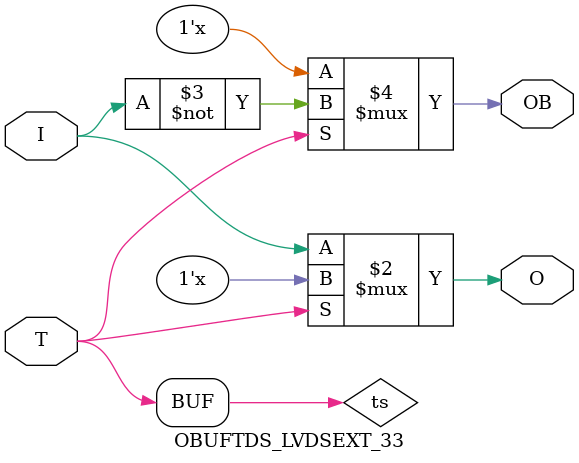
<source format=v>

/*

FUNCTION	: TRI-STATE OUTPUT BUFFER

*/

`celldefine
`timescale  100 ps / 10 ps

module OBUFTDS_LVDSEXT_33 (O, OB, I, T);

    output O, OB;

    input  I, T;

    or O1 (ts, 1'b0, T);
    bufif0 B1 (O, I, ts);
    notif0 N1 (OB, I, ts);

endmodule

</source>
